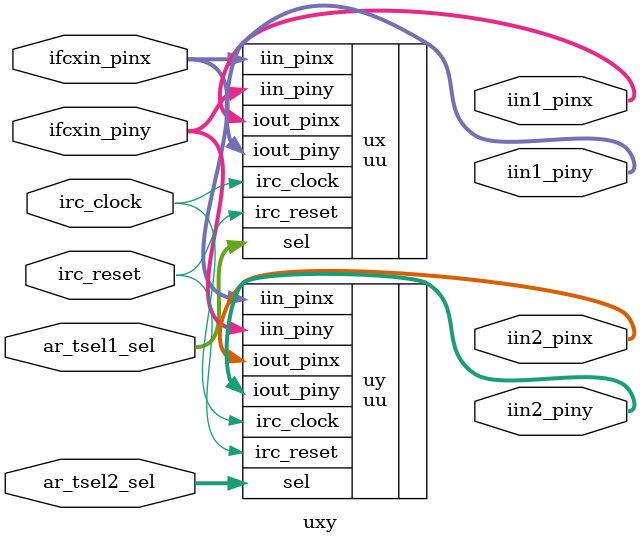
<source format=v>
`include "defines.v"

module uxy(irc_reset,
           irc_clock,
           ifcxin_pinx,
           ifcxin_piny,
           iin1_pinx,
           iin1_piny,
           iin2_pinx,
           iin2_piny,
           ar_tsel1_sel,
           ar_tsel2_sel);
// Location of source csl unit: file name = ar10b.csl line number = 82
  input irc_reset;
  input irc_clock;
  input [8 - 1:0] ifcxin_pinx;
  input [8 - 1:0] ifcxin_piny;
  input [2 - 1:0] ar_tsel1_sel;
  input [2 - 1:0] ar_tsel2_sel;
  output [8 - 1:0] iin1_pinx;
  output [8 - 1:0] iin1_piny;
  output [8 - 1:0] iin2_pinx;
  output [8 - 1:0] iin2_piny;
  uu ux(.iin_pinx(ifcxin_pinx),
        .iin_piny(ifcxin_piny),
        .iout_pinx(iin1_pinx),
        .iout_piny(iin1_piny),
        .irc_clock(irc_clock),
        .irc_reset(irc_reset),
        .sel(ar_tsel1_sel));
  uu uy(.iin_pinx(ifcxin_pinx),
        .iin_piny(ifcxin_piny),
        .iout_pinx(iin2_pinx),
        .iout_piny(iin2_piny),
        .irc_clock(irc_clock),
        .irc_reset(irc_reset),
        .sel(ar_tsel2_sel));
  `include "uxy.logic.v"
endmodule


</source>
